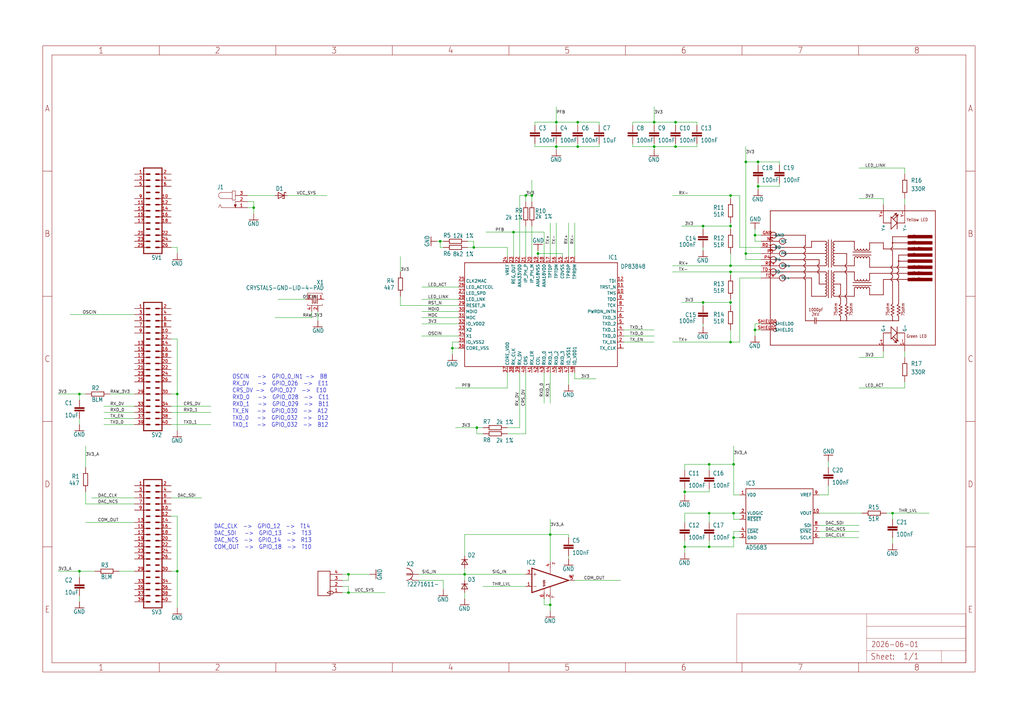
<source format=kicad_sch>
(kicad_sch (version 20230121) (generator eeschema)
  (paper "User" 425.45 298.602)
  (junction (at 304.8 193.04))
  (junction (at 271.78 50.8))
  (junction (at 271.78 60.96))
  (junction (at 223.52 105.41))
  (junction (at 182.88 100.33))
  (junction (at 240.03 60.96))
  (junction (at 280.67 50.8))
  (junction (at 309.88 105.41))
  (junction (at 313.69 97.79))
  (junction (at 196.85 102.87))
  (junction (at 294.64 213.36))
  (junction (at 303.53 93.98))
  (junction (at 218.44 81.28))
  (junction (at 303.53 110.49))
  (junction (at 309.88 67.31))
  (junction (at 193.04 238.76))
  (junction (at 303.53 81.28))
  (junction (at 231.14 60.96))
  (junction (at 231.14 50.8))
  (junction (at 292.1 125.73))
  (junction (at 213.36 96.52))
  (junction (at 303.53 113.03))
  (junction (at 313.69 137.16))
  (junction (at 314.96 67.31))
  (junction (at 33.02 163.83))
  (junction (at 314.96 77.47))
  (junction (at 144.78 238.76))
  (junction (at 220.98 81.28))
  (junction (at 304.8 213.36))
  (junction (at 33.02 237.49))
  (junction (at 105.41 86.36))
  (junction (at 303.53 142.24))
  (junction (at 284.48 204.47))
  (junction (at 280.67 60.96))
  (junction (at 198.12 177.8))
  (junction (at 370.84 213.36))
  (junction (at 304.8 223.52))
  (junction (at 73.66 237.49))
  (junction (at 240.03 50.8))
  (junction (at 292.1 93.98))
  (junction (at 144.78 246.38))
  (junction (at 228.6 251.46))
  (junction (at 294.64 193.04))
  (junction (at 228.6 222.25))
  (junction (at 284.48 227.33))
  (junction (at 73.66 163.83))
  (junction (at 303.53 125.73))
  (junction (at 294.64 227.33))
  (junction (at 187.96 144.78))
  (wire (pts (xy 271.78 52.07) (xy 271.78 50.8)) (stroke (width 0.1524)))
  (wire (pts (xy 222.25 50.8) (xy 231.14 50.8)) (stroke (width 0.1524)))
  (wire (pts (xy 228.6 106.68) (xy 228.6 92.71)) (stroke (width 0.1524)))
  (wire (pts (xy 182.88 100.33) (xy 181.61 100.33)) (stroke (width 0.1524)))
  (wire (pts (xy 262.89 60.96) (xy 271.78 60.96)) (stroke (width 0.1524)))
  (wire (pts (xy 213.36 106.68) (xy 213.36 96.52)) (stroke (width 0.1524)))
  (wire (pts (xy 307.34 81.28) (xy 303.53 81.28)) (stroke (width 0.1524)))
  (wire (pts (xy 193.04 236.22) (xy 193.04 238.76)) (stroke (width 0.1524)))
  (wire (pts (xy 228.6 251.46) (xy 228.6 254)) (stroke (width 0.1524)))
  (wire (pts (xy 226.06 96.52) (xy 213.36 96.52)) (stroke (width 0.1524)))
  (wire (pts (xy 144.78 238.76) (xy 153.67 238.76)) (stroke (width 0.1524)))
  (wire (pts (xy 313.69 100.33) (xy 313.69 97.79)) (stroke (width 0.1524)))
  (wire (pts (xy 303.53 113.03) (xy 279.4 113.03)) (stroke (width 0.1524)))
  (wire (pts (xy 236.22 231.14) (xy 236.22 232.41)) (stroke (width 0.1524)))
  (wire (pts (xy 71.12 171.45) (xy 87.63 171.45)) (stroke (width 0.1524)))
  (wire (pts (xy 303.53 92.71) (xy 303.53 93.98)) (stroke (width 0.1524)))
  (wire (pts (xy 303.53 137.16) (xy 303.53 142.24)) (stroke (width 0.1524)))
  (wire (pts (xy 370.84 213.36) (xy 386.08 213.36)) (stroke (width 0.1524)))
  (wire (pts (xy 262.89 52.07) (xy 262.89 50.8)) (stroke (width 0.1524)))
  (wire (pts (xy 45.72 163.83) (xy 55.88 163.83)) (stroke (width 0.1524)))
  (wire (pts (xy 55.88 207.01) (xy 38.1 207.01)) (stroke (width 0.1524)))
  (wire (pts (xy 119.38 81.28) (xy 135.89 81.28)) (stroke (width 0.1524)))
  (wire (pts (xy 142.24 243.84) (xy 144.78 243.84)) (stroke (width 0.1524)))
  (wire (pts (xy 304.8 223.52) (xy 304.8 227.33)) (stroke (width 0.1524)))
  (wire (pts (xy 304.8 213.36) (xy 294.64 213.36)) (stroke (width 0.1524)))
  (wire (pts (xy 184.15 100.33) (xy 182.88 100.33)) (stroke (width 0.1524)))
  (wire (pts (xy 248.92 52.07) (xy 248.92 50.8)) (stroke (width 0.1524)))
  (wire (pts (xy 215.9 106.68) (xy 215.9 81.28)) (stroke (width 0.1524)))
  (wire (pts (xy 314.96 68.58) (xy 314.96 67.31)) (stroke (width 0.1524)))
  (wire (pts (xy 309.88 107.95) (xy 309.88 105.41)) (stroke (width 0.1524)))
  (wire (pts (xy 33.02 163.83) (xy 35.56 163.83)) (stroke (width 0.1524)))
  (wire (pts (xy 194.31 102.87) (xy 196.85 102.87)) (stroke (width 0.1524)))
  (wire (pts (xy 200.66 177.8) (xy 198.12 177.8)) (stroke (width 0.1524)))
  (wire (pts (xy 294.64 203.2) (xy 294.64 204.47)) (stroke (width 0.1524)))
  (wire (pts (xy 307.34 142.24) (xy 303.53 142.24)) (stroke (width 0.1524)))
  (wire (pts (xy 233.68 106.68) (xy 233.68 105.41)) (stroke (width 0.1524)))
  (wire (pts (xy 71.12 163.83) (xy 73.66 163.83)) (stroke (width 0.1524)))
  (wire (pts (xy 262.89 50.8) (xy 271.78 50.8)) (stroke (width 0.1524)))
  (wire (pts (xy 280.67 60.96) (xy 280.67 59.69)) (stroke (width 0.1524)))
  (wire (pts (xy 370.84 223.52) (xy 370.84 226.06)) (stroke (width 0.1524)))
  (wire (pts (xy 24.13 163.83) (xy 33.02 163.83)) (stroke (width 0.1524)))
  (wire (pts (xy 218.44 83.82) (xy 218.44 81.28)) (stroke (width 0.1524)))
  (wire (pts (xy 314.96 78.74) (xy 314.96 77.47)) (stroke (width 0.1524)))
  (wire (pts (xy 71.12 176.53) (xy 87.63 176.53)) (stroke (width 0.1524)))
  (wire (pts (xy 304.8 213.36) (xy 307.34 213.36)) (stroke (width 0.1524)))
  (wire (pts (xy 190.5 127) (xy 166.37 127)) (stroke (width 0.1524)))
  (wire (pts (xy 323.85 68.58) (xy 323.85 67.31)) (stroke (width 0.1524)))
  (wire (pts (xy 215.9 177.8) (xy 215.9 154.94)) (stroke (width 0.1524)))
  (wire (pts (xy 33.02 237.49) (xy 39.37 237.49)) (stroke (width 0.1524)))
  (wire (pts (xy 228.6 233.68) (xy 228.6 222.25)) (stroke (width 0.1524)))
  (wire (pts (xy 340.36 218.44) (xy 356.87 218.44)) (stroke (width 0.1524)))
  (wire (pts (xy 35.56 194.31) (xy 35.56 185.42)) (stroke (width 0.1524)))
  (wire (pts (xy 316.23 100.33) (xy 313.69 100.33)) (stroke (width 0.1524)))
  (wire (pts (xy 71.12 140.97) (xy 73.66 140.97)) (stroke (width 0.1524)))
  (wire (pts (xy 218.44 154.94) (xy 218.44 180.34)) (stroke (width 0.1524)))
  (wire (pts (xy 248.92 59.69) (xy 248.92 60.96)) (stroke (width 0.1524)))
  (wire (pts (xy 238.76 241.3) (xy 257.81 241.3)) (stroke (width 0.1524)))
  (wire (pts (xy 129.54 129.54) (xy 129.54 132.08)) (stroke (width 0.1524)))
  (wire (pts (xy 190.5 142.24) (xy 187.96 142.24)) (stroke (width 0.1524)))
  (wire (pts (xy 226.06 248.92) (xy 226.06 251.46)) (stroke (width 0.1524)))
  (wire (pts (xy 33.02 166.37) (xy 33.02 163.83)) (stroke (width 0.1524)))
  (wire (pts (xy 284.48 227.33) (xy 284.48 224.79)) (stroke (width 0.1524)))
  (wire (pts (xy 144.78 246.38) (xy 142.24 246.38)) (stroke (width 0.1524)))
  (wire (pts (xy 240.03 60.96) (xy 248.92 60.96)) (stroke (width 0.1524)))
  (wire (pts (xy 228.6 248.92) (xy 228.6 251.46)) (stroke (width 0.1524)))
  (wire (pts (xy 215.9 81.28) (xy 218.44 81.28)) (stroke (width 0.1524)))
  (wire (pts (xy 210.82 161.29) (xy 189.23 161.29)) (stroke (width 0.1524)))
  (wire (pts (xy 190.5 139.7) (xy 175.26 139.7)) (stroke (width 0.1524)))
  (wire (pts (xy 49.53 237.49) (xy 55.88 237.49)) (stroke (width 0.1524)))
  (wire (pts (xy 218.44 106.68) (xy 218.44 93.98)) (stroke (width 0.1524)))
  (wire (pts (xy 375.92 158.75) (xy 375.92 161.29)) (stroke (width 0.1524)))
  (wire (pts (xy 193.04 231.14) (xy 193.04 222.25)) (stroke (width 0.1524)))
  (wire (pts (xy 367.03 146.05) (xy 367.03 148.59)) (stroke (width 0.1524)))
  (wire (pts (xy 194.31 100.33) (xy 196.85 100.33)) (stroke (width 0.1524)))
  (wire (pts (xy 222.25 52.07) (xy 222.25 50.8)) (stroke (width 0.1524)))
  (wire (pts (xy 316.23 102.87) (xy 307.34 102.87)) (stroke (width 0.1524)))
  (wire (pts (xy 375.92 85.09) (xy 375.92 82.55)) (stroke (width 0.1524)))
  (wire (pts (xy 190.5 129.54) (xy 175.26 129.54)) (stroke (width 0.1524)))
  (wire (pts (xy 309.88 105.41) (xy 309.88 67.31)) (stroke (width 0.1524)))
  (wire (pts (xy 240.03 60.96) (xy 240.03 59.69)) (stroke (width 0.1524)))
  (wire (pts (xy 210.82 154.94) (xy 210.82 161.29)) (stroke (width 0.1524)))
  (wire (pts (xy 344.17 194.31) (xy 344.17 191.77)) (stroke (width 0.1524)))
  (wire (pts (xy 307.34 220.98) (xy 304.8 220.98)) (stroke (width 0.1524)))
  (wire (pts (xy 226.06 251.46) (xy 228.6 251.46)) (stroke (width 0.1524)))
  (wire (pts (xy 55.88 173.99) (xy 43.18 173.99)) (stroke (width 0.1524)))
  (wire (pts (xy 303.53 114.3) (xy 303.53 113.03)) (stroke (width 0.1524)))
  (wire (pts (xy 73.66 214.63) (xy 73.66 237.49)) (stroke (width 0.1524)))
  (wire (pts (xy 283.21 93.98) (xy 292.1 93.98)) (stroke (width 0.1524)))
  (wire (pts (xy 280.67 60.96) (xy 289.56 60.96)) (stroke (width 0.1524)))
  (wire (pts (xy 231.14 50.8) (xy 240.03 50.8)) (stroke (width 0.1524)))
  (wire (pts (xy 236.22 223.52) (xy 236.22 222.25)) (stroke (width 0.1524)))
  (wire (pts (xy 73.66 163.83) (xy 73.66 179.07)) (stroke (width 0.1524)))
  (wire (pts (xy 294.64 195.58) (xy 294.64 193.04)) (stroke (width 0.1524)))
  (wire (pts (xy 367.03 85.09) (xy 367.03 82.55)) (stroke (width 0.1524)))
  (wire (pts (xy 314.96 77.47) (xy 323.85 77.47)) (stroke (width 0.1524)))
  (wire (pts (xy 71.12 207.01) (xy 83.82 207.01)) (stroke (width 0.1524)))
  (wire (pts (xy 218.44 243.84) (xy 200.66 243.84)) (stroke (width 0.1524)))
  (wire (pts (xy 292.1 135.89) (xy 292.1 134.62)) (stroke (width 0.1524)))
  (wire (pts (xy 144.78 246.38) (xy 160.02 246.38)) (stroke (width 0.1524)))
  (wire (pts (xy 142.24 241.3) (xy 144.78 241.3)) (stroke (width 0.1524)))
  (wire (pts (xy 303.53 82.55) (xy 303.53 81.28)) (stroke (width 0.1524)))
  (wire (pts (xy 303.53 110.49) (xy 279.4 110.49)) (stroke (width 0.1524)))
  (wire (pts (xy 187.96 144.78) (xy 187.96 147.32)) (stroke (width 0.1524)))
  (wire (pts (xy 144.78 243.84) (xy 144.78 246.38)) (stroke (width 0.1524)))
  (wire (pts (xy 166.37 123.19) (xy 166.37 127)) (stroke (width 0.1524)))
  (wire (pts (xy 198.12 180.34) (xy 198.12 177.8)) (stroke (width 0.1524)))
  (wire (pts (xy 367.03 148.59) (xy 356.87 148.59)) (stroke (width 0.1524)))
  (wire (pts (xy 222.25 60.96) (xy 231.14 60.96)) (stroke (width 0.1524)))
  (wire (pts (xy 307.34 215.9) (xy 304.8 215.9)) (stroke (width 0.1524)))
  (wire (pts (xy 55.88 130.81) (xy 29.21 130.81)) (stroke (width 0.1524)))
  (wire (pts (xy 142.24 238.76) (xy 144.78 238.76)) (stroke (width 0.1524)))
  (wire (pts (xy 240.03 50.8) (xy 248.92 50.8)) (stroke (width 0.1524)))
  (wire (pts (xy 231.14 60.96) (xy 240.03 60.96)) (stroke (width 0.1524)))
  (wire (pts (xy 303.53 81.28) (xy 279.4 81.28)) (stroke (width 0.1524)))
  (wire (pts (xy 222.25 59.69) (xy 222.25 60.96)) (stroke (width 0.1524)))
  (wire (pts (xy 323.85 77.47) (xy 323.85 76.2)) (stroke (width 0.1524)))
  (wire (pts (xy 218.44 238.76) (xy 193.04 238.76)) (stroke (width 0.1524)))
  (wire (pts (xy 289.56 60.96) (xy 289.56 59.69)) (stroke (width 0.1524)))
  (wire (pts (xy 71.12 237.49) (xy 73.66 237.49)) (stroke (width 0.1524)))
  (wire (pts (xy 284.48 213.36) (xy 294.64 213.36)) (stroke (width 0.1524)))
  (wire (pts (xy 71.12 168.91) (xy 87.63 168.91)) (stroke (width 0.1524)))
  (wire (pts (xy 304.8 223.52) (xy 307.34 223.52)) (stroke (width 0.1524)))
  (wire (pts (xy 228.6 154.94) (xy 228.6 167.64)) (stroke (width 0.1524)))
  (wire (pts (xy 292.1 125.73) (xy 303.53 125.73)) (stroke (width 0.1524)))
  (wire (pts (xy 292.1 95.25) (xy 292.1 93.98)) (stroke (width 0.1524)))
  (wire (pts (xy 340.36 205.74) (xy 344.17 205.74)) (stroke (width 0.1524)))
  (wire (pts (xy 375.92 148.59) (xy 375.92 146.05)) (stroke (width 0.1524)))
  (wire (pts (xy 210.82 106.68) (xy 210.82 102.87)) (stroke (width 0.1524)))
  (wire (pts (xy 271.78 60.96) (xy 280.67 60.96)) (stroke (width 0.1524)))
  (wire (pts (xy 236.22 222.25) (xy 228.6 222.25)) (stroke (width 0.1524)))
  (wire (pts (xy 213.36 96.52) (xy 201.93 96.52)) (stroke (width 0.1524)))
  (wire (pts (xy 231.14 62.23) (xy 231.14 60.96)) (stroke (width 0.1524)))
  (wire (pts (xy 231.14 52.07) (xy 231.14 50.8)) (stroke (width 0.1524)))
  (wire (pts (xy 303.53 93.98) (xy 303.53 95.25)) (stroke (width 0.1524)))
  (wire (pts (xy 55.88 168.91) (xy 43.18 168.91)) (stroke (width 0.1524)))
  (wire (pts (xy 71.12 102.87) (xy 73.66 102.87)) (stroke (width 0.1524)))
  (wire (pts (xy 340.36 213.36) (xy 358.14 213.36)) (stroke (width 0.1524)))
  (wire (pts (xy 35.56 209.55) (xy 35.56 204.47)) (stroke (width 0.1524)))
  (wire (pts (xy 340.36 223.52) (xy 356.87 223.52)) (stroke (width 0.1524)))
  (wire (pts (xy 284.48 205.74) (xy 284.48 204.47)) (stroke (width 0.1524)))
  (wire (pts (xy 284.48 193.04) (xy 294.64 193.04)) (stroke (width 0.1524)))
  (wire (pts (xy 307.34 205.74) (xy 304.8 205.74)) (stroke (width 0.1524)))
  (wire (pts (xy 316.23 110.49) (xy 303.53 110.49)) (stroke (width 0.1524)))
  (wire (pts (xy 73.66 102.87) (xy 73.66 105.41)) (stroke (width 0.1524)))
  (wire (pts (xy 33.02 250.19) (xy 33.02 247.65)) (stroke (width 0.1524)))
  (wire (pts (xy 102.87 81.28) (xy 114.3 81.28)) (stroke (width 0.1524)))
  (wire (pts (xy 231.14 106.68) (xy 231.14 92.71)) (stroke (width 0.1524)))
  (wire (pts (xy 316.23 137.16) (xy 313.69 137.16)) (stroke (width 0.1524)))
  (wire (pts (xy 193.04 222.25) (xy 228.6 222.25)) (stroke (width 0.1524)))
  (wire (pts (xy 210.82 177.8) (xy 215.9 177.8)) (stroke (width 0.1524)))
  (wire (pts (xy 102.87 83.82) (xy 105.41 83.82)) (stroke (width 0.1524)))
  (wire (pts (xy 129.54 132.08) (xy 114.3 132.08)) (stroke (width 0.1524)))
  (wire (pts (xy 316.23 115.57) (xy 307.34 115.57)) (stroke (width 0.1524)))
  (wire (pts (xy 166.37 113.03) (xy 166.37 106.68)) (stroke (width 0.1524)))
  (wire (pts (xy 182.88 102.87) (xy 182.88 100.33)) (stroke (width 0.1524)))
  (wire (pts (xy 340.36 220.98) (xy 356.87 220.98)) (stroke (width 0.1524)))
  (wire (pts (xy 223.52 105.41) (xy 223.52 104.14)) (stroke (width 0.1524)))
  (wire (pts (xy 55.88 217.17) (xy 35.56 217.17)) (stroke (width 0.1524)))
  (wire (pts (xy 190.5 132.08) (xy 175.26 132.08)) (stroke (width 0.1524)))
  (wire (pts (xy 55.88 171.45) (xy 43.18 171.45)) (stroke (width 0.1524)))
  (wire (pts (xy 316.23 107.95) (xy 309.88 107.95)) (stroke (width 0.1524)))
  (wire (pts (xy 271.78 62.23) (xy 271.78 60.96)) (stroke (width 0.1524)))
  (wire (pts (xy 259.08 139.7) (xy 271.78 139.7)) (stroke (width 0.1524)))
  (wire (pts (xy 280.67 50.8) (xy 289.56 50.8)) (stroke (width 0.1524)))
  (wire (pts (xy 193.04 241.3) (xy 193.04 238.76)) (stroke (width 0.1524)))
  (wire (pts (xy 220.98 74.93) (xy 220.98 81.28)) (stroke (width 0.1524)))
  (wire (pts (xy 368.3 213.36) (xy 370.84 213.36)) (stroke (width 0.1524)))
  (wire (pts (xy 284.48 195.58) (xy 284.48 193.04)) (stroke (width 0.1524)))
  (wire (pts (xy 220.98 106.68) (xy 220.98 93.98)) (stroke (width 0.1524)))
  (wire (pts (xy 304.8 205.74) (xy 304.8 193.04)) (stroke (width 0.1524)))
  (wire (pts (xy 259.08 142.24) (xy 271.78 142.24)) (stroke (width 0.1524)))
  (wire (pts (xy 314.96 67.31) (xy 309.88 67.31)) (stroke (width 0.1524)))
  (wire (pts (xy 304.8 227.33) (xy 294.64 227.33)) (stroke (width 0.1524)))
  (wire (pts (xy 313.69 97.79) (xy 313.69 95.25)) (stroke (width 0.1524)))
  (wire (pts (xy 132.08 133.35) (xy 132.08 129.54)) (stroke (width 0.1524)))
  (wire (pts (xy 228.6 222.25) (xy 228.6 215.9)) (stroke (width 0.1524)))
  (wire (pts (xy 226.06 154.94) (xy 226.06 167.64)) (stroke (width 0.1524)))
  (wire (pts (xy 144.78 241.3) (xy 144.78 238.76)) (stroke (width 0.1524)))
  (wire (pts (xy 284.48 217.17) (xy 284.48 213.36)) (stroke (width 0.1524)))
  (wire (pts (xy 283.21 125.73) (xy 292.1 125.73)) (stroke (width 0.1524)))
  (wire (pts (xy 307.34 102.87) (xy 307.34 81.28)) (stroke (width 0.1524)))
  (wire (pts (xy 238.76 154.94) (xy 238.76 157.48)) (stroke (width 0.1524)))
  (wire (pts (xy 271.78 44.45) (xy 271.78 50.8)) (stroke (width 0.1524)))
  (wire (pts (xy 289.56 50.8) (xy 289.56 52.07)) (stroke (width 0.1524)))
  (wire (pts (xy 238.76 157.48) (xy 247.65 157.48)) (stroke (width 0.1524)))
  (wire (pts (xy 33.02 176.53) (xy 33.02 173.99)) (stroke (width 0.1524)))
  (wire (pts (xy 193.04 248.92) (xy 193.04 246.38)) (stroke (width 0.1524)))
  (wire (pts (xy 220.98 83.82) (xy 220.98 81.28)) (stroke (width 0.1524)))
  (wire (pts (xy 314.96 76.2) (xy 314.96 77.47)) (stroke (width 0.1524)))
  (wire (pts (xy 367.03 82.55) (xy 356.87 82.55)) (stroke (width 0.1524)))
  (wire (pts (xy 316.23 113.03) (xy 303.53 113.03)) (stroke (width 0.1524)))
  (wire (pts (xy 102.87 86.36) (xy 105.41 86.36)) (stroke (width 0.1524)))
  (wire (pts (xy 375.92 161.29) (xy 356.87 161.29)) (stroke (width 0.1524)))
  (wire (pts (xy 184.15 241.3) (xy 184.15 245.11)) (stroke (width 0.1524)))
  (wire (pts (xy 184.15 102.87) (xy 182.88 102.87)) (stroke (width 0.1524)))
  (wire (pts (xy 313.69 134.62) (xy 316.23 134.62)) (stroke (width 0.1524)))
  (wire (pts (xy 24.13 237.49) (xy 33.02 237.49)) (stroke (width 0.1524)))
  (wire (pts (xy 105.41 83.82) (xy 105.41 86.36)) (stroke (width 0.1524)))
  (wire (pts (xy 303.53 105.41) (xy 303.53 110.49)) (stroke (width 0.1524)))
  (wire (pts (xy 280.67 50.8) (xy 271.78 50.8)) (stroke (width 0.1524)))
  (wire (pts (xy 240.03 52.07) (xy 240.03 50.8)) (stroke (width 0.1524)))
  (wire (pts (xy 294.64 224.79) (xy 294.64 227.33)) (stroke (width 0.1524)))
  (wire (pts (xy 284.48 204.47) (xy 284.48 203.2)) (stroke (width 0.1524)))
  (wire (pts (xy 316.23 97.79) (xy 313.69 97.79)) (stroke (width 0.1524)))
  (wire (pts (xy 303.53 124.46) (xy 303.53 125.73)) (stroke (width 0.1524)))
  (wire (pts (xy 292.1 93.98) (xy 303.53 93.98)) (stroke (width 0.1524)))
  (wire (pts (xy 73.66 140.97) (xy 73.66 163.83)) (stroke (width 0.1524)))
  (wire (pts (xy 323.85 67.31) (xy 314.96 67.31)) (stroke (width 0.1524)))
  (wire (pts (xy 210.82 102.87) (xy 196.85 102.87)) (stroke (width 0.1524)))
  (wire (pts (xy 71.12 214.63) (xy 73.66 214.63)) (stroke (width 0.1524)))
  (wire (pts (xy 231.14 59.69) (xy 231.14 60.96)) (stroke (width 0.1524)))
  (wire (pts (xy 309.88 67.31) (xy 309.88 60.96)) (stroke (width 0.1524)))
  (wire (pts (xy 303.53 142.24) (xy 279.4 142.24)) (stroke (width 0.1524)))
  (wire (pts (xy 313.69 137.16) (xy 313.69 134.62)) (stroke (width 0.1524)))
  (wire (pts (xy 200.66 180.34) (xy 198.12 180.34)) (stroke (width 0.1524)))
  (wire (pts (xy 233.68 105.41) (xy 223.52 105.41)) (stroke (width 0.1524)))
  (wire (pts (xy 284.48 229.87) (xy 284.48 227.33)) (stroke (width 0.1524)))
  (wire (pts (xy 190.5 144.78) (xy 187.96 144.78)) (stroke (width 0.1524)))
  (wire (pts (xy 223.52 106.68) (xy 223.52 105.41)) (stroke (width 0.1524)))
  (wire (pts (xy 316.23 105.41) (xy 309.88 105.41)) (stroke (width 0.1524)))
  (wire (pts (xy 294.64 227.33) (xy 284.48 227.33)) (stroke (width 0.1524)))
  (wire (pts (xy 304.8 220.98) (xy 304.8 223.52)) (stroke (width 0.1524)))
  (wire (pts (xy 303.53 125.73) (xy 303.53 127)) (stroke (width 0.1524)))
  (wire (pts (xy 187.96 142.24) (xy 187.96 144.78)) (stroke (width 0.1524)))
  (wire (pts (xy 313.69 139.7) (xy 313.69 137.16)) (stroke (width 0.1524)))
  (wire (pts (xy 33.02 240.03) (xy 33.02 237.49)) (stroke (width 0.1524)))
  (wire (pts (xy 292.1 127) (xy 292.1 125.73)) (stroke (width 0.1524)))
  (wire (pts (xy 294.64 213.36) (xy 294.64 217.17)) (stroke (width 0.1524)))
  (wire (pts (xy 304.8 185.42) (xy 304.8 193.04)) (stroke (width 0.1524)))
  (wire (pts (xy 236.22 106.68) (xy 236.22 92.71)) (stroke (width 0.1524)))
  (wire (pts (xy 236.22 160.02) (xy 236.22 154.94)) (stroke (width 0.1524)))
  (wire (pts (xy 280.67 52.07) (xy 280.67 50.8)) (stroke (width 0.1524)))
  (wire (pts (xy 292.1 104.14) (xy 292.1 102.87)) (stroke (width 0.1524)))
  (wire (pts (xy 370.84 213.36) (xy 370.84 215.9)) (stroke (width 0.1524)))
  (wire (pts (xy 344.17 205.74) (xy 344.17 201.93)) (stroke (width 0.1524)))
  (wire (pts (xy 218.44 81.28) (xy 220.98 81.28)) (stroke (width 0.1524)))
  (wire (pts (xy 375.92 69.85) (xy 356.87 69.85)) (stroke (width 0.1524)))
  (wire (pts (xy 294.64 193.04) (xy 304.8 193.04)) (stroke (width 0.1524)))
  (wire (pts (xy 173.99 241.3) (xy 184.15 241.3)) (stroke (width 0.1524)))
  (wire (pts (xy 259.08 137.16) (xy 271.78 137.16)) (stroke (width 0.1524)))
  (wire (pts (xy 307.34 115.57) (xy 307.34 142.24)) (stroke (width 0.1524)))
  (wire (pts (xy 55.88 209.55) (xy 35.56 209.55)) (stroke (width 0.1524)))
  (wire (pts (xy 271.78 59.69) (xy 271.78 60.96)) (stroke (width 0.1524)))
  (wire (pts (xy 262.89 59.69) (xy 262.89 60.96)) (stroke (width 0.1524)))
  (wire (pts (xy 375.92 72.39) (xy 375.92 69.85)) (stroke (width 0.1524)))
  (wire (pts (xy 231.14 50.8) (xy 231.14 44.45)) (stroke (width 0.1524)))
  (wire (pts (xy 73.66 237.49) (xy 73.66 252.73)) (stroke (width 0.1524)))
  (wire (pts (xy 196.85 100.33) (xy 196.85 102.87)) (stroke (width 0.1524)))
  (wire (pts (xy 226.06 106.68) (xy 226.06 96.52)) (stroke (width 0.1524)))
  (wire (pts (xy 190.5 124.46) (xy 175.26 124.46)) (stroke (width 0.1524)))
  (wire (pts (xy 190.5 119.38) (xy 175.26 119.38)) (stroke (width 0.1524)))
  (wire (pts (xy 304.8 215.9) (xy 304.8 213.36)) (stroke (width 0.1524)))
  (wire (pts (xy 294.64 204.47) (xy 284.48 204.47)) (stroke (width 0.1524)))
  (wire (pts (xy 190.5 134.62) (xy 175.26 134.62)) (stroke (width 0.1524)))
  (wire (pts (xy 210.82 180.34) (xy 218.44 180.34)) (stroke (width 0.1524)))
  (wire (pts (xy 55.88 176.53) (xy 43.18 176.53)) (stroke (width 0.1524)))
  (wire (pts (xy 238.76 106.68) (xy 238.76 92.71)) (stroke (width 0.1524)))
  (wire (pts (xy 173.99 238.76) (xy 193.04 238.76)) (stroke (width 0.1524)))
  (wire (pts (xy 105.41 86.36) (xy 105.41 88.9)) (stroke (width 0.1524)))
  (wire (pts (xy 127 124.46) (xy 115.57 124.46)) (stroke (width 0.1524)))
  (wire (pts (xy 189.23 177.8) (xy 198.12 177.8)) (stroke (width 0.1524)))
  (text "DAC_CLK  ->  GPIO_12  ->  T14\nDAC_SDI   ->  GPIO_13  ->  T13\nDAC_NCS  ->  GPIO_14  ->  R13\nCOM_OUT  ->  GPIO_18  ->  T10" (at 88.9 228.6 0) (effects (font (size 1.778 1.5113)) (justify left bottom)))
  (text "OSCIN   ->  GPIO_0_IN1 ->  B8\nRX_DV   ->  GPIO_026  ->  E11\nCRS_DV ->  GPIO_027  ->  E10\nRXD_0   ->  GPIO_028  ->  C11\nRXD_1   ->  GPIO_029  ->  B11\nTX_EN   ->  GPIO_030  ->  A12\nTXD_0   ->  GPIO_032  ->  D12\nTXD_1   ->  GPIO_032  ->  B12" (at 96.52 177.8 0) (effects (font (size 1.778 1.5113)) (justify left bottom)))
  (label "3V3" (at 271.78 47.625 0) (effects (font (size 1.2446 1.2446))))
  (label "TXD_1" (at 261.62 137.16 0) (effects (font (size 1.2446 1.2446))))
  (label "3V3" (at 191.77 177.8 0) (effects (font (size 1.2446 1.2446))))
  (label "3V3" (at 309.88 64.135 0) (effects (font (size 1.2446 1.2446))))
  (label "3V3_A" (at 228.6 219.075 0) (effects (font (size 1.2446 1.2446))))
  (label "RX+" (at 281.94 110.49 0) (effects (font (size 1.2446 1.2446))))
  (label "RX-" (at 281.94 81.28 0) (effects (font (size 1.2446 1.2446))))
  (label "DAC_CLK" (at 40.64 207.01 0) (effects (font (size 1.2446 1.2446))))
  (label "COM_OUT" (at 40.64 217.17 0) (effects (font (size 1.2446 1.2446))))
  (label "THR_LVL" (at 204.47 243.84 0) (effects (font (size 1.2446 1.2446))))
  (label "TXD_1" (at 76.2 176.53 0) (effects (font (size 1.2446 1.2446))))
  (label "CRS_DV" (at 76.2 168.91 0) (effects (font (size 1.2446 1.2446))))
  (label "LED_LINK" (at 359.41 69.85 0) (effects (font (size 1.2446 1.2446))))
  (label "DAC_SDI" (at 73.66 207.01 0) (effects (font (size 1.2446 1.2446))))
  (label "DAC_CLK" (at 342.9 223.52 0) (effects (font (size 1.2446 1.2446))))
  (label "TX-" (at 281.94 113.03 0) (effects (font (size 1.2446 1.2446))))
  (label "MDC" (at 177.8 132.08 0) (effects (font (size 1.2446 1.2446))))
  (label "3V3" (at 24.13 163.83 0) (effects (font (size 1.2446 1.2446))))
  (label "CRS_DV" (at 218.44 168.91 90) (effects (font (size 1.2446 1.2446))))
  (label "VCC_SYS" (at 123.19 81.28 0) (effects (font (size 1.2446 1.2446))))
  (label "3V3_A" (at 304.8 189.23 0) (effects (font (size 1.2446 1.2446))))
  (label "LED_ACT" (at 177.8 119.38 0) (effects (font (size 1.2446 1.2446))))
  (label "RX-" (at 238.76 101.6 90) (effects (font (size 1.2446 1.2446))))
  (label "RST_N" (at 177.8 127 0) (effects (font (size 1.2446 1.2446))))
  (label "3V3" (at 284.48 125.73 0) (effects (font (size 1.2446 1.2446))))
  (label "OSCIN" (at 177.8 139.7 0) (effects (font (size 1.2446 1.2446))))
  (label "3V3" (at 177.8 134.62 0) (effects (font (size 1.2446 1.2446))))
  (label "RXD_1" (at 228.6 165.1 90) (effects (font (size 1.2446 1.2446))))
  (label "RX_DV" (at 45.72 168.91 0) (effects (font (size 1.2446 1.2446))))
  (label "TX+" (at 281.94 142.24 0) (effects (font (size 1.2446 1.2446))))
  (label "LED_LINK" (at 177.8 124.46 0) (effects (font (size 1.2446 1.2446))))
  (label "3V3" (at 284.48 93.98 0) (effects (font (size 1.2446 1.2446))))
  (label "PFB" (at 191.77 161.29 0) (effects (font (size 1.2446 1.2446))))
  (label "PFB" (at 205.74 96.52 0) (effects (font (size 1.2446 1.2446))))
  (label "SIG_IN" (at 204.47 238.76 0) (effects (font (size 1.2446 1.2446))))
  (label "COM_OUT" (at 242.57 241.3 0) (effects (font (size 1.2446 1.2446))))
  (label "3V3_A" (at 24.13 237.49 0) (effects (font (size 1.2446 1.2446))))
  (label "TX-" (at 231.14 101.6 90) (effects (font (size 1.2446 1.2446))))
  (label "TX_EN" (at 45.72 173.99 0) (effects (font (size 1.2446 1.2446))))
  (label "RXD_0" (at 226.06 165.1 90) (effects (font (size 1.2446 1.2446))))
  (label "RX_DV" (at 215.9 168.91 90) (effects (font (size 1.2446 1.2446))))
  (label "SIG_IN" (at 175.26 238.76 0) (effects (font (size 1.2446 1.2446))))
  (label "THR_LVL" (at 373.38 213.36 0) (effects (font (size 1.2446 1.2446))))
  (label "RXD_1" (at 76.2 171.45 0) (effects (font (size 1.2446 1.2446))))
  (label "OSCIN" (at 125.73 124.46 0) (effects (font (size 1.2446 1.2446))))
  (label "PFB" (at 231.14 47.625 0) (effects (font (size 1.2446 1.2446))))
  (label "3V3" (at 359.41 148.59 0) (effects (font (size 1.2446 1.2446))))
  (label "3V3" (at 359.41 82.55 0) (effects (font (size 1.2446 1.2446))))
  (label "3V3" (at 218.44 81.28 0) (effects (font (size 1.2446 1.2446))))
  (label "DAC_NCS" (at 40.64 209.55 0) (effects (font (size 1.2446 1.2446))))
  (label "TXD_0" (at 261.62 139.7 0) (effects (font (size 1.2446 1.2446))))
  (label "RAW_3V3" (at 45.72 163.83 0) (effects (font (size 1.2446 1.2446))))
  (label "RXD_0" (at 45.72 171.45 0) (effects (font (size 1.2446 1.2446))))
  (label "VCC_SYS" (at 147.32 246.38 0) (effects (font (size 1.2446 1.2446))))
  (label "TX+" (at 228.6 101.6 90) (effects (font (size 1.2446 1.2446))))
  (label "DAC_SDI" (at 342.9 218.44 0) (effects (font (size 1.2446 1.2446))))
  (label "RX+" (at 236.22 101.6 90) (effects (font (size 1.2446 1.2446))))
  (label "LED_ACT" (at 359.41 161.29 0) (effects (font (size 1.2446 1.2446))))
  (label "DAC_NCS" (at 342.9 220.98 0) (effects (font (size 1.2446 1.2446))))
  (label "3V3" (at 166.37 113.03 0) (effects (font (size 1.2446 1.2446))))
  (label "MDIO" (at 177.8 129.54 0) (effects (font (size 1.2446 1.2446))))
  (label "TXD_0" (at 45.72 176.53 0) (effects (font (size 1.2446 1.2446))))
  (label "3V3_A" (at 35.56 189.865 0) (effects (font (size 1.2446 1.2446))))
  (label "RAW_3V3" (at 125.73 132.08 0) (effects (font (size 1.2446 1.2446))))
  (label "3V3" (at 241.3 157.48 0) (effects (font (size 1.2446 1.2446))))
  (label "OSCIN" (at 34.29 130.81 0) (effects (font (size 1.2446 1.2446))))
  (label "TX_EN" (at 261.62 142.24 0) (effects (font (size 1.2446 1.2446))))
  (symbol (lib_id "de0-nano_RMII-eagle-import:C-EUC0603") (at 294.64 219.71 0) (unit 1)
    (property "Reference" "C17" (at 296.164 219.329 0) (effects (font (size 1.778 1.5113)) (justify left bottom)))
    (property "Value" "100nF" (at 296.164 224.409 0) (effects (font (size 1.778 1.5113)) (justify left bottom)))
    (property "Footprint" "de0-nano_RMII:C0603" (effects hide))
  )
  (symbol (lib_id "de0-nano_RMII-eagle-import:R-EU_R0603") (at 44.45 237.49 0) (unit 1)
    (property "Reference" "R3" (at 41.91 235.9914 0) (effects (font (size 1.778 1.5113)) (justify left bottom)))
    (property "Value" "BLM" (at 41.91 240.792 0) (effects (font (size 1.778 1.5113)) (justify left bottom)))
    (property "Footprint" "de0-nano_RMII:R0603" (effects hide))
  )
  (symbol (lib_id "de0-nano_RMII-eagle-import:R-EU_R0603") (at 35.56 199.39 270) (unit 1)
    (property "Reference" "R1" (at 33.02 197.0786 90) (effects (font (size 1.778 1.5113)) (justify right top)))
    (property "Value" "4k7" (at 33.02 199.898 90) (effects (font (size 1.778 1.5113)) (justify right top)))
    (property "Footprint" "de0-nano_RMII:R0603" (effects hide))
  )
  (symbol (lib_id "de0-nano_RMII-eagle-import:C-EUC0603") (at 262.89 54.61 0) (unit 1)
    (property "Reference" "C8" (at 264.414 54.229 0) (effects (font (size 1.778 1.5113)) (justify left bottom)))
    (property "Value" "100nF" (at 264.414 59.309 0) (effects (font (size 1.778 1.5113)) (justify left bottom)))
    (property "Footprint" "de0-nano_RMII:C0603" (effects hide))
  )
  (symbol (lib_id "de0-nano_RMII-eagle-import:C-EUC0805") (at 33.02 168.91 0) (unit 1)
    (property "Reference" "C1" (at 26.924 168.529 0) (effects (font (size 1.778 1.5113)) (justify left bottom)))
    (property "Value" "10uF" (at 26.924 173.609 0) (effects (font (size 1.778 1.5113)) (justify left bottom)))
    (property "Footprint" "de0-nano_RMII:C0805" (effects hide))
  )
  (symbol (lib_id "de0-nano_RMII-eagle-import:C-EUC0603") (at 280.67 54.61 0) (unit 1)
    (property "Reference" "C10" (at 282.194 54.229 0) (effects (font (size 1.778 1.5113)) (justify left bottom)))
    (property "Value" "100nF" (at 282.194 59.309 0) (effects (font (size 1.778 1.5113)) (justify left bottom)))
    (property "Footprint" "de0-nano_RMII:C0603" (effects hide))
  )
  (symbol (lib_id "de0-nano_RMII-eagle-import:CRYSTALS-GND-LID-4-PAD") (at 132.08 124.46 0) (mirror y) (unit 1)
    (property "Reference" "X1" (at 134.62 118.364 0) (effects (font (size 1.778 1.5113)) (justify left bottom)))
    (property "Value" "CRYSTALS-GND-LID-4-PAD" (at 134.62 120.65 0) (effects (font (size 1.778 1.5113)) (justify left bottom)))
    (property "Footprint" "de0-nano_RMII:7.5X5-4-PAD" (effects hide))
  )
  (symbol (lib_id "de0-nano_RMII-eagle-import:C-EUC0603") (at 344.17 199.39 180) (unit 1)
    (property "Reference" "C20" (at 345.694 196.469 0) (effects (font (size 1.778 1.5113)) (justify right top)))
    (property "Value" "100nF" (at 345.694 201.549 0) (effects (font (size 1.778 1.5113)) (justify right top)))
    (property "Footprint" "de0-nano_RMII:C0603" (effects hide))
  )
  (symbol (lib_id "de0-nano_RMII-eagle-import:GND") (at 184.15 247.65 0) (unit 1)
    (property "Reference" "#GND10" (effects hide))
    (property "Value" "GND" (at 181.61 250.19 0) (effects (font (size 1.778 1.5113)) (justify left bottom)))
  )
  (symbol (lib_id "de0-nano_RMII-eagle-import:RJ45-HR911105A-HR911105A") (at 358.14 111.76 0) (unit 1)
    (property "Reference" "J3" (effects hide))
    (property "Value" "RJ45-HR911105A-HR911105A" (effects hide))
    (property "Footprint" "de0-nano_RMII:RJ45" (effects hide))
  )
  (symbol (lib_id "de0-nano_RMII-eagle-import:GND") (at 284.48 232.41 0) (unit 1)
    (property "Reference" "#GND20" (effects hide))
    (property "Value" "GND" (at 281.94 234.95 0) (effects (font (size 1.778 1.5113)) (justify left bottom)))
  )
  (symbol (lib_id "de0-nano_RMII-eagle-import:GND") (at 284.48 208.28 0) (unit 1)
    (property "Reference" "#GND19" (effects hide))
    (property "Value" "GND" (at 281.94 210.82 0) (effects (font (size 1.778 1.5113)) (justify left bottom)))
  )
  (symbol (lib_id "de0-nano_RMII-eagle-import:R-EU_R0603") (at 303.53 132.08 270) (unit 1)
    (property "Reference" "R14" (at 300.99 129.7686 90) (effects (font (size 1.778 1.5113)) (justify right top)))
    (property "Value" "51R" (at 300.99 132.588 90) (effects (font (size 1.778 1.5113)) (justify right top)))
    (property "Footprint" "de0-nano_RMII:R0603" (effects hide))
  )
  (symbol (lib_id "de0-nano_RMII-eagle-import:R-EU_R0603") (at 218.44 88.9 90) (unit 1)
    (property "Reference" "R9" (at 217.17 86.5886 90) (effects (font (size 1.778 1.5113)) (justify left bottom)))
    (property "Value" "2k 1%" (at 217.17 89.408 90) (effects (font (size 1.778 1.5113)) (justify left bottom)))
    (property "Footprint" "de0-nano_RMII:R0603" (effects hide))
  )
  (symbol (lib_id "de0-nano_RMII-eagle-import:GND") (at 73.66 255.27 0) (unit 1)
    (property "Reference" "#GND5" (effects hide))
    (property "Value" "GND" (at 71.12 257.81 0) (effects (font (size 1.778 1.5113)) (justify left bottom)))
  )
  (symbol (lib_id "de0-nano_RMII-eagle-import:C-EUC0603") (at 271.78 54.61 0) (unit 1)
    (property "Reference" "C9" (at 273.304 54.229 0) (effects (font (size 1.778 1.5113)) (justify left bottom)))
    (property "Value" "100nF" (at 273.304 59.309 0) (effects (font (size 1.778 1.5113)) (justify left bottom)))
    (property "Footprint" "de0-nano_RMII:C0603" (effects hide))
  )
  (symbol (lib_id "de0-nano_RMII-eagle-import:GND") (at 179.07 100.33 270) (unit 1)
    (property "Reference" "#GND9" (effects hide))
    (property "Value" "GND" (at 176.53 97.79 0) (effects (font (size 1.778 1.5113)) (justify left bottom)))
  )
  (symbol (lib_id "de0-nano_RMII-eagle-import:R-EU_R0603") (at 303.53 119.38 270) (unit 1)
    (property "Reference" "R13" (at 300.99 117.0686 90) (effects (font (size 1.778 1.5113)) (justify right top)))
    (property "Value" "51R" (at 300.99 119.888 90) (effects (font (size 1.778 1.5113)) (justify right top)))
    (property "Footprint" "de0-nano_RMII:R0603" (effects hide))
  )
  (symbol (lib_id "de0-nano_RMII-eagle-import:GND") (at 292.1 106.68 0) (unit 1)
    (property "Reference" "#GND21" (effects hide))
    (property "Value" "GND" (at 289.56 109.22 0) (effects (font (size 1.778 1.5113)) (justify left bottom)))
  )
  (symbol (lib_id "de0-nano_RMII-eagle-import:DP83848") (at 226.06 129.54 0) (unit 1)
    (property "Reference" "IC1" (at 252.73 107.95 0) (effects (font (size 1.778 1.5113)) (justify left bottom)))
    (property "Value" "DP83848" (at 257.81 111.76 0) (effects (font (size 1.778 1.5113)) (justify left bottom)))
    (property "Footprint" "de0-nano_RMII:LQFP48" (effects hide))
  )
  (symbol (lib_id "de0-nano_RMII-eagle-import:GND") (at 313.69 142.24 0) (unit 1)
    (property "Reference" "#GND24" (effects hide))
    (property "Value" "GND" (at 311.15 144.78 0) (effects (font (size 1.778 1.5113)) (justify left bottom)))
  )
  (symbol (lib_id "de0-nano_RMII-eagle-import:C-EUC0603") (at 323.85 71.12 0) (unit 1)
    (property "Reference" "C19" (at 325.374 70.739 0) (effects (font (size 1.778 1.5113)) (justify left bottom)))
    (property "Value" "100nF" (at 325.374 75.819 0) (effects (font (size 1.778 1.5113)) (justify left bottom)))
    (property "Footprint" "de0-nano_RMII:C0603" (effects hide))
  )
  (symbol (lib_id "de0-nano_RMII-eagle-import:GND") (at 156.21 238.76 90) (unit 1)
    (property "Reference" "#GND8" (effects hide))
    (property "Value" "GND" (at 158.75 241.3 0) (effects (font (size 1.778 1.5113)) (justify left bottom)))
  )
  (symbol (lib_id "de0-nano_RMII-eagle-import:R-EU_R0603") (at 40.64 163.83 0) (unit 1)
    (property "Reference" "R2" (at 38.1 162.3314 0) (effects (font (size 1.778 1.5113)) (justify left bottom)))
    (property "Value" "BLM" (at 38.1 167.132 0) (effects (font (size 1.778 1.5113)) (justify left bottom)))
    (property "Footprint" "de0-nano_RMII:R0603" (effects hide))
  )
  (symbol (lib_id "de0-nano_RMII-eagle-import:?2271611-") (at 171.45 238.76 0) (unit 1)
    (property "Reference" "X2" (at 168.91 235.458 0) (effects (font (size 1.778 1.5113)) (justify left bottom)))
    (property "Value" "?2271611-" (at 168.91 243.84 0) (effects (font (size 1.778 1.5113)) (justify left bottom)))
    (property "Footprint" "de0-nano_RMII:AMP_227161" (effects hide))
  )
  (symbol (lib_id "de0-nano_RMII-eagle-import:GND") (at 223.52 101.6 180) (unit 1)
    (property "Reference" "#GND13" (effects hide))
    (property "Value" "GND" (at 226.06 99.06 0) (effects (font (size 1.778 1.5113)) (justify left bottom)))
  )
  (symbol (lib_id "de0-nano_RMII-eagle-import:R-EU_R0603") (at 205.74 180.34 180) (unit 1)
    (property "Reference" "R8" (at 200.66 183.9214 0) (effects (font (size 1.778 1.5113)) (justify right top)))
    (property "Value" "2k 1%" (at 213.36 182.118 0) (effects (font (size 1.778 1.5113)) (justify left bottom)))
    (property "Footprint" "de0-nano_RMII:R0603" (effects hide))
  )
  (symbol (lib_id "de0-nano_RMII-eagle-import:GND") (at 314.96 81.28 0) (unit 1)
    (property "Reference" "#GND25" (effects hide))
    (property "Value" "GND" (at 312.42 83.82 0) (effects (font (size 1.778 1.5113)) (justify left bottom)))
  )
  (symbol (lib_id "de0-nano_RMII-eagle-import:A3L-LOC") (at 17.78 279.4 0) (unit 1)
    (property "Reference" "#FRAME1" (effects hide))
    (property "Value" "A3L-LOC" (effects hide))
  )
  (symbol (lib_id "de0-nano_RMII-eagle-import:R-EU_R0603") (at 375.92 153.67 90) (unit 1)
    (property "Reference" "R17" (at 378.46 152.1714 90) (effects (font (size 1.778 1.5113)) (justify right top)))
    (property "Value" "330R" (at 378.46 155.702 90) (effects (font (size 1.778 1.5113)) (justify right top)))
    (property "Footprint" "de0-nano_RMII:R0603" (effects hide))
  )
  (symbol (lib_id "de0-nano_RMII-eagle-import:AD5683") (at 322.58 213.36 0) (unit 1)
    (property "Reference" "IC3" (at 309.88 201.93 0) (effects (font (size 1.778 1.5113)) (justify left bottom)))
    (property "Value" "AD5683" (at 309.88 228.6 0) (effects (font (size 1.778 1.5113)) (justify left bottom)))
    (property "Footprint" "de0-nano_RMII:SO10" (effects hide))
  )
  (symbol (lib_id "de0-nano_RMII-eagle-import:C-EUC0603") (at 292.1 97.79 0) (unit 1)
    (property "Reference" "C14" (at 289.306 98.171 0) (effects (font (size 1.778 1.5113)) (justify right top)))
    (property "Value" "100nF" (at 289.306 100.711 0) (effects (font (size 1.778 1.5113)) (justify right top)))
    (property "Footprint" "de0-nano_RMII:C0603" (effects hide))
  )
  (symbol (lib_id "de0-nano_RMII-eagle-import:R-EU_R0603") (at 303.53 87.63 270) (unit 1)
    (property "Reference" "R11" (at 300.99 85.3186 90) (effects (font (size 1.778 1.5113)) (justify right top)))
    (property "Value" "51R" (at 300.99 88.138 90) (effects (font (size 1.778 1.5113)) (justify right top)))
    (property "Footprint" "de0-nano_RMII:R0603" (effects hide))
  )
  (symbol (lib_id "de0-nano_RMII-eagle-import:GND") (at 370.84 228.6 0) (unit 1)
    (property "Reference" "#GND27" (effects hide))
    (property "Value" "GND" (at 368.3 231.14 0) (effects (font (size 1.778 1.5113)) (justify left bottom)))
  )
  (symbol (lib_id "de0-nano_RMII-eagle-import:MA20-2_ALT") (at 63.5 153.67 180) (unit 1)
    (property "Reference" "SV2" (at 67.31 179.832 0) (effects (font (size 1.778 1.5113)) (justify left bottom)))
    (property "Value" "MA20-2_ALT" (effects hide))
    (property "Footprint" "de0-nano_RMII:MA20-2_ALT" (effects hide))
  )
  (symbol (lib_id "de0-nano_RMII-eagle-import:C-EUC0603") (at 284.48 219.71 0) (unit 1)
    (property "Reference" "C12" (at 286.004 219.329 0) (effects (font (size 1.778 1.5113)) (justify left bottom)))
    (property "Value" "100nF" (at 286.004 224.409 0) (effects (font (size 1.778 1.5113)) (justify left bottom)))
    (property "Footprint" "de0-nano_RMII:C0603" (effects hide))
  )
  (symbol (lib_id "de0-nano_RMII-eagle-import:R-EU_R0603") (at 375.92 77.47 90) (unit 1)
    (property "Reference" "R16" (at 378.46 75.9714 90) (effects (font (size 1.778 1.5113)) (justify right top)))
    (property "Value" "330R" (at 378.46 79.502 90) (effects (font (size 1.778 1.5113)) (justify right top)))
    (property "Footprint" "de0-nano_RMII:R0603" (effects hide))
  )
  (symbol (lib_id "de0-nano_RMII-eagle-import:R-EU_R0603") (at 205.74 177.8 180) (unit 1)
    (property "Reference" "R7" (at 200.66 176.3014 0) (effects (font (size 1.778 1.5113)) (justify right top)))
    (property "Value" "2k 1%" (at 213.36 174.498 0) (effects (font (size 1.778 1.5113)) (justify left bottom)))
    (property "Footprint" "de0-nano_RMII:R0603" (effects hide))
  )
  (symbol (lib_id "de0-nano_RMII-eagle-import:GND") (at 292.1 138.43 0) (unit 1)
    (property "Reference" "#GND22" (effects hide))
    (property "Value" "GND" (at 289.56 140.97 0) (effects (font (size 1.778 1.5113)) (justify left bottom)))
  )
  (symbol (lib_id "de0-nano_RMII-eagle-import:GND") (at 73.66 107.95 0) (unit 1)
    (property "Reference" "#GND3" (effects hide))
    (property "Value" "GND" (at 71.12 110.49 0) (effects (font (size 1.778 1.5113)) (justify left bottom)))
  )
  (symbol (lib_id "de0-nano_RMII-eagle-import:GND") (at 33.02 179.07 0) (unit 1)
    (property "Reference" "#GND1" (effects hide))
    (property "Value" "GND" (at 30.48 181.61 0) (effects (font (size 1.778 1.5113)) (justify left bottom)))
  )
  (symbol (lib_id "de0-nano_RMII-eagle-import:SCHOTTKY-DIODESMC") (at 116.84 81.28 0) (unit 1)
    (property "Reference" "D1" (at 114.554 79.375 0) (effects (font (size 1.778 1.5113)) (justify left bottom)))
    (property "Value" "SCHOTTKY-DIODESMC" (effects hide))
    (property "Footprint" "de0-nano_RMII:SMC" (effects hide))
  )
  (symbol (lib_id "de0-nano_RMII-eagle-import:C-EUC0603") (at 231.14 54.61 0) (unit 1)
    (property "Reference" "C4" (at 232.664 54.229 0) (effects (font (size 1.778 1.5113)) (justify left bottom)))
    (property "Value" "100nF" (at 232.664 59.309 0) (effects (font (size 1.778 1.5113)) (justify left bottom)))
    (property "Footprint" "de0-nano_RMII:C0603" (effects hide))
  )
  (symbol (lib_id "de0-nano_RMII-eagle-import:GND") (at 132.08 135.89 0) (mirror y) (unit 1)
    (property "Reference" "#GND7" (effects hide))
    (property "Value" "GND" (at 134.62 138.43 0) (effects (font (size 1.778 1.5113)) (justify left bottom)))
  )
  (symbol (lib_id "de0-nano_RMII-eagle-import:GND") (at 33.02 252.73 0) (unit 1)
    (property "Reference" "#GND2" (effects hide))
    (property "Value" "GND" (at 30.48 255.27 0) (effects (font (size 1.778 1.5113)) (justify left bottom)))
  )
  (symbol (lib_id "de0-nano_RMII-eagle-import:DSOD323") (at 193.04 243.84 90) (unit 1)
    (property "Reference" "D3" (at 194.31 241.935 90) (effects (font (size 1.778 1.5113)) (justify right top)))
    (property "Value" "DSOD323" (effects hide))
    (property "Footprint" "de0-nano_RMII:SOD323" (effects hide))
  )
  (symbol (lib_id "de0-nano_RMII-eagle-import:R-EU_R0603") (at 220.98 88.9 90) (unit 1)
    (property "Reference" "R10" (at 222.25 88.6714 90) (effects (font (size 1.778 1.5113)) (justify right top)))
    (property "Value" "2k 1%" (at 222.25 90.932 90) (effects (font (size 1.778 1.5113)) (justify right top)))
    (property "Footprint" "de0-nano_RMII:R0603" (effects hide))
  )
  (symbol (lib_id "de0-nano_RMII-eagle-import:GND") (at 231.14 64.77 0) (unit 1)
    (property "Reference" "#GND15" (effects hide))
    (property "Value" "GND" (at 228.6 67.31 0) (effects (font (size 1.778 1.5113)) (justify left bottom)))
  )
  (symbol (lib_id "de0-nano_RMII-eagle-import:C-EUC0603") (at 370.84 218.44 0) (unit 1)
    (property "Reference" "C21" (at 372.364 218.059 0) (effects (font (size 1.778 1.5113)) (justify left bottom)))
    (property "Value" "100nF" (at 372.364 223.139 0) (effects (font (size 1.778 1.5113)) (justify left bottom)))
    (property "Footprint" "de0-nano_RMII:C0603" (effects hide))
  )
  (symbol (lib_id "de0-nano_RMII-eagle-import:C-EUC0603") (at 236.22 226.06 0) (unit 1)
    (property "Reference" "C5" (at 237.744 225.679 0) (effects (font (size 1.778 1.5113)) (justify left bottom)))
    (property "Value" "100nF" (at 237.744 230.759 0) (effects (font (size 1.778 1.5113)) (justify left bottom)))
    (property "Footprint" "de0-nano_RMII:C0603" (effects hide))
  )
  (symbol (lib_id "de0-nano_RMII-eagle-import:MA13-2_ALT") (at 63.5 87.63 180) (unit 1)
    (property "Reference" "SV1" (at 67.31 106.172 0) (effects (font (size 1.778 1.5113)) (justify left bottom)))
    (property "Value" "MA13-2_ALT" (effects hide))
    (property "Footprint" "de0-nano_RMII:MA13-2_ALT" (effects hide))
  )
  (symbol (lib_id "de0-nano_RMII-eagle-import:GND") (at 193.04 251.46 0) (unit 1)
    (property "Reference" "#GND12" (effects hide))
    (property "Value" "GND" (at 190.5 254 0) (effects (font (size 1.778 1.5113)) (justify left bottom)))
  )
  (symbol (lib_id "de0-nano_RMII-eagle-import:R-EU_R0603") (at 166.37 118.11 270) (unit 1)
    (property "Reference" "R4" (at 163.83 115.7986 90) (effects (font (size 1.778 1.5113)) (justify right top)))
    (property "Value" "4k7" (at 163.83 118.618 90) (effects (font (size 1.778 1.5113)) (justify right top)))
    (property "Footprint" "de0-nano_RMII:R0603" (effects hide))
  )
  (symbol (lib_id "de0-nano_RMII-eagle-import:GND") (at 271.78 64.77 0) (unit 1)
    (property "Reference" "#GND18" (effects hide))
    (property "Value" "GND" (at 269.24 67.31 0) (effects (font (size 1.778 1.5113)) (justify left bottom)))
  )
  (symbol (lib_id "de0-nano_RMII-eagle-import:GND") (at 313.69 92.71 180) (unit 1)
    (property "Reference" "#GND23" (effects hide))
    (property "Value" "GND" (at 316.23 90.17 0) (effects (font (size 1.778 1.5113)) (justify left bottom)))
  )
  (symbol (lib_id "de0-nano_RMII-eagle-import:GND") (at 344.17 189.23 180) (unit 1)
    (property "Reference" "#GND26" (effects hide))
    (property "Value" "GND" (at 346.71 186.69 0) (effects (font (size 1.778 1.5113)) (justify left bottom)))
  )
  (symbol (lib_id "de0-nano_RMII-eagle-import:GND") (at 236.22 234.95 0) (unit 1)
    (property "Reference" "#GND17" (effects hide))
    (property "Value" "GND" (at 233.68 237.49 0) (effects (font (size 1.778 1.5113)) (justify left bottom)))
  )
  (symbol (lib_id "de0-nano_RMII-eagle-import:R-EU_R0603") (at 189.23 100.33 180) (unit 1)
    (property "Reference" "R5" (at 184.15 98.8314 0) (effects (font (size 1.778 1.5113)) (justify right top)))
    (property "Value" "12k 1%" (at 196.85 97.028 0) (effects (font (size 1.778 1.5113)) (justify left bottom)))
    (property "Footprint" "de0-nano_RMII:R0603" (effects hide))
  )
  (symbol (lib_id "de0-nano_RMII-eagle-import:C-EUC0603") (at 222.25 54.61 0) (unit 1)
    (property "Reference" "C3" (at 223.774 54.229 0) (effects (font (size 1.778 1.5113)) (justify left bottom)))
    (property "Value" "100nF" (at 223.774 59.309 0) (effects (font (size 1.778 1.5113)) (justify left bottom)))
    (property "Footprint" "de0-nano_RMII:C0603" (effects hide))
  )
  (symbol (lib_id "de0-nano_RMII-eagle-import:C-EUC0805") (at 33.02 242.57 0) (unit 1)
    (property "Reference" "C2" (at 26.924 242.189 0) (effects (font (size 1.778 1.5113)) (justify left bottom)))
    (property "Value" "10uF" (at 26.924 247.269 0) (effects (font (size 1.778 1.5113)) (justify left bottom)))
    (property "Footprint" "de0-nano_RMII:C0805" (effects hide))
  )
  (symbol (lib_id "de0-nano_RMII-eagle-import:GND") (at 73.66 181.61 0) (unit 1)
    (property "Reference" "#GND4" (effects hide))
    (property "Value" "GND" (at 71.12 184.15 0) (effects (font (size 1.778 1.5113)) (justify left bottom)))
  )
  (symbol (lib_id "de0-nano_RMII-eagle-import:R-EU_R0603") (at 189.23 102.87 180) (unit 1)
    (property "Reference" "R6" (at 184.15 106.4514 0) (effects (font (size 1.778 1.5113)) (justify right top)))
    (property "Value" "8k2 1%" (at 196.85 104.648 0) (effects (font (size 1.778 1.5113)) (justify left bottom)))
    (property "Footprint" "de0-nano_RMII:R0603" (effects hide))
  )
  (symbol (lib_id "de0-nano_RMII-eagle-import:C-EUC0603") (at 240.03 54.61 0) (unit 1)
    (property "Reference" "C6" (at 241.554 54.229 0) (effects (font (size 1.778 1.5113)) (justify left bottom)))
    (property "Value" "100nF" (at 241.554 59.309 0) (effects (font (size 1.778 1.5113)) (justify left bottom)))
    (property "Footprint" "de0-nano_RMII:C0603" (effects hide))
  )
  (symbol (lib_id "de0-nano_RMII-eagle-import:DSOD323") (at 193.04 233.68 90) (unit 1)
    (property "Reference" "D2" (at 194.31 231.775 90) (effects (font (size 1.778 1.5113)) (justify right top)))
    (property "Value" "DSOD323" (effects hide))
    (property "Footprint" "de0-nano_RMII:SOD323" (effects hide))
  )
  (symbol (lib_id "de0-nano_RMII-eagle-import:GND") (at 236.22 162.56 0) (unit 1)
    (property "Reference" "#GND16" (effects hide))
    (property "Value" "GND" (at 233.68 165.1 0) (effects (font (size 1.778 1.5113)) (justify left bottom)))
  )
  (symbol (lib_id "de0-nano_RMII-eagle-import:R-EU_R0603") (at 363.22 213.36 0) (unit 1)
    (property "Reference" "R15" (at 360.68 211.8614 0) (effects (font (size 1.778 1.5113)) (justify left bottom)))
    (property "Value" "51R" (at 360.68 216.662 0) (effects (font (size 1.778 1.5113)) (justify left bottom)))
    (property "Footprint" "de0-nano_RMII:R0603" (effects hide))
  )
  (symbol (lib_id "de0-nano_RMII-eagle-import:C-EUC0603") (at 294.64 198.12 0) (unit 1)
    (property "Reference" "C16" (at 296.164 197.739 0) (effects (font (size 1.778 1.5113)) (justify left bottom)))
    (property "Value" "100nF" (at 296.164 202.819 0) (effects (font (size 1.778 1.5113)) (justify left bottom)))
    (property "Footprint" "de0-nano_RMII:C0603" (effects hide))
  )
  (symbol (lib_id "de0-nano_RMII-eagle-import:R-EU_R0603") (at 303.53 100.33 270) (unit 1)
    (property "Reference" "R12" (at 300.99 98.0186 90) (effects (font (size 1.778 1.5113)) (justify right top)))
    (property "Value" "51R" (at 300.99 100.838 90) (effects (font (size 1.778 1.5113)) (justify right top)))
    (property "Footprint" "de0-nano_RMII:R0603" (effects hide))
  )
  (symbol (lib_id "de0-nano_RMII-eagle-import:GND") (at 228.6 256.54 0) (unit 1)
    (property "Reference" "#GND14" (effects hide))
    (property "Value" "GND" (at 226.06 259.08 0) (effects (font (size 1.778 1.5113)) (justify left bottom)))
  )
  (symbol (lib_id "de0-nano_RMII-eagle-import:C-EUC0603") (at 292.1 129.54 0) (unit 1)
    (property "Reference" "C15" (at 289.306 129.921 0) (effects (font (size 1.778 1.5113)) (justify right top)))
    (property "Value" "100nF" (at 289.306 132.461 0) (effects (font (size 1.778 1.5113)) (justify right top)))
    (property "Footprint" "de0-nano_RMII:C0603" (effects hide))
  )
  (symbol (lib_id "de0-nano_RMII-eagle-import:C-EUC0603") (at 289.56 54.61 0) (unit 1)
    (property "Reference" "C13" (at 291.084 54.229 0) (effects (font (size 1.778 1.5113)) (justify left bottom)))
    (property "Value" "100nF" (at 291.084 59.309 0) (effects (font (size 1.778 1.5113)) (justify left bottom)))
    (property "Footprint" "de0-nano_RMII:C0603" (effects hide))
  )
  (symbol (lib_id "de0-nano_RMII-eagle-import:GND") (at 187.96 149.86 0) (unit 1)
    (property "Reference" "#GND11" (effects hide))
    (property "Value" "GND" (at 185.42 152.4 0) (effects (font (size 1.778 1.5113)) (justify left bottom)))
  )
  (symbol (lib_id "de0-nano_RMII-eagle-import:HEADER-4P-60/35MIL") (at 134.62 242.57 180) (unit 1)
    (property "Reference" "J2" (effects hide))
    (property "Value" "HEADER-4P-60/35MIL" (effects hide))
    (property "Footprint" "de0-nano_RMII:4P-65_35MIL" (effects hide))
  )
  (symbol (lib_id "de0-nano_RMII-eagle-import:C-EUC0603") (at 314.96 71.12 0) (unit 1)
    (property "Reference" "C18" (at 316.484 70.739 0) (effects (font (size 1.778 1.5113)) (justify left bottom)))
    (property "Value" "100nF" (at 316.484 75.819 0) (effects (font (size 1.778 1.5113)) (justify left bottom)))
    (property "Footprint" "de0-nano_RMII:C0603" (effects hide))
  )
  (symbol (lib_id "de0-nano_RMII-eagle-import:MA20-2_ALT") (at 63.5 227.33 180) (unit 1)
    (property "Reference" "SV3" (at 67.31 253.492 0) (effects (font (size 1.778 1.5113)) (justify left bottom)))
    (property "Value" "MA20-2_ALT" (effects hide))
    (property "Footprint" "de0-nano_RMII:MA20-2_ALT" (effects hide))
  )
  (symbol (lib_id "de0-nano_RMII-eagle-import:C-EUC0805") (at 248.92 54.61 0) (unit 1)
    (property "Reference" "C7" (at 250.444 54.229 0) (effects (font (size 1.778 1.5113)) (justify left bottom)))
    (property "Value" "10uF" (at 250.444 59.309 0) (effects (font (size 1.778 1.5113)) (justify left bottom)))
    (property "Footprint" "de0-nano_RMII:C0805" (effects hide))
  )
  (symbol (lib_id "de0-nano_RMII-eagle-import:C-EUC0603") (at 284.48 198.12 0) (unit 1)
    (property "Reference" "C11" (at 286.004 197.739 0) (effects (font (size 1.778 1.5113)) (justify left bottom)))
    (property "Value" "100nF" (at 286.004 202.819 0) (effects (font (size 1.778 1.5113)) (justify left bottom)))
    (property "Footprint" "de0-nano_RMII:C0603" (effects hide))
  )
  (symbol (lib_id "de0-nano_RMII-eagle-import:LT1719") (at 228.6 241.3 0) (unit 1)
    (property "Reference" "IC2" (at 218.694 234.823 0) (effects (font (size 1.778 1.5113)) (justify left bottom)))
    (property "Value" "LT1719" (effects hide))
    (property "Footprint" "de0-nano_RMII:TSOT23-6" (effects hide))
  )
  (symbol (lib_id "de0-nano_RMII-eagle-import:JACK-PLUG1") (at 97.79 83.82 0) (unit 1)
    (property "Reference" "J1" (at 90.17 78.74 0) (effects (font (size 1.778 1.5113)) (justify left bottom)))
    (property "Value" "JACK-PLUG1" (effects hide))
    (property "Footprint" "de0-nano_RMII:SPC4078" (effects hide))
  )
  (symbol (lib_id "de0-nano_RMII-eagle-import:GND") (at 105.41 91.44 0) (unit 1)
    (property "Reference" "#GND6" (effects hide))
    (property "Value" "GND" (at 102.87 93.98 0) (effects (font (size 1.778 1.5113)) (justify left bottom)))
  )
)
</source>
